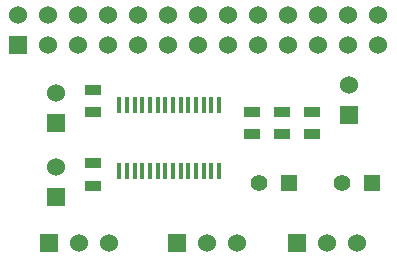
<source format=gts>
G04 (created by PCBNEW (2013-05-31 BZR 4019)-stable) date 9/28/2014 8:07:40 PM*
%MOIN*%
G04 Gerber Fmt 3.4, Leading zero omitted, Abs format*
%FSLAX34Y34*%
G01*
G70*
G90*
G04 APERTURE LIST*
%ADD10C,0.00590551*%
%ADD11R,0.06X0.06*%
%ADD12C,0.06*%
%ADD13R,0.055X0.035*%
%ADD14R,0.0165X0.0579*%
%ADD15R,0.055X0.055*%
%ADD16C,0.055*%
G04 APERTURE END LIST*
G54D10*
G54D11*
X728Y-1917D03*
G54D12*
X728Y-917D03*
X1728Y-1917D03*
X1728Y-917D03*
X2728Y-1917D03*
X2728Y-917D03*
X3728Y-1917D03*
X3728Y-917D03*
X4728Y-1917D03*
X4728Y-917D03*
X5728Y-1917D03*
X5728Y-917D03*
X6728Y-1917D03*
X6728Y-917D03*
X7728Y-1917D03*
X7728Y-917D03*
X8728Y-1917D03*
X8728Y-917D03*
X9728Y-1917D03*
X9728Y-917D03*
X10728Y-1917D03*
X10728Y-917D03*
X11728Y-1917D03*
X11728Y-917D03*
X12728Y-1917D03*
X12728Y-917D03*
G54D11*
X10000Y-8500D03*
G54D12*
X11000Y-8500D03*
X12000Y-8500D03*
G54D13*
X10500Y-4125D03*
X10500Y-4875D03*
X3228Y-4154D03*
X3228Y-3404D03*
X3228Y-5845D03*
X3228Y-6595D03*
X9500Y-4125D03*
X9500Y-4875D03*
X8500Y-4125D03*
X8500Y-4875D03*
G54D11*
X6000Y-8500D03*
G54D12*
X7000Y-8500D03*
X8000Y-8500D03*
G54D11*
X1968Y-4515D03*
G54D12*
X1968Y-3515D03*
G54D11*
X1968Y-6956D03*
G54D12*
X1968Y-5956D03*
G54D11*
X1750Y-8500D03*
G54D12*
X2750Y-8500D03*
X3750Y-8500D03*
G54D11*
X11750Y-4250D03*
G54D12*
X11750Y-3250D03*
G54D14*
X5622Y-6102D03*
X5878Y-6102D03*
X6134Y-6102D03*
X6390Y-6102D03*
X4858Y-3900D03*
X4854Y-6102D03*
X5110Y-6102D03*
X5366Y-6102D03*
X6646Y-3898D03*
X6390Y-3898D03*
X6134Y-3898D03*
X5878Y-3898D03*
X5622Y-3898D03*
X5366Y-3898D03*
X6646Y-6102D03*
X5110Y-3900D03*
X4598Y-6102D03*
X6902Y-6102D03*
X6902Y-3898D03*
X4598Y-3898D03*
X4343Y-6102D03*
X7157Y-6102D03*
X7157Y-3898D03*
X4343Y-3898D03*
X4087Y-6102D03*
X7413Y-6102D03*
X7413Y-3898D03*
X4087Y-3898D03*
G54D15*
X12507Y-6496D03*
G54D16*
X11507Y-6496D03*
G54D15*
X9751Y-6496D03*
G54D16*
X8751Y-6496D03*
M02*

</source>
